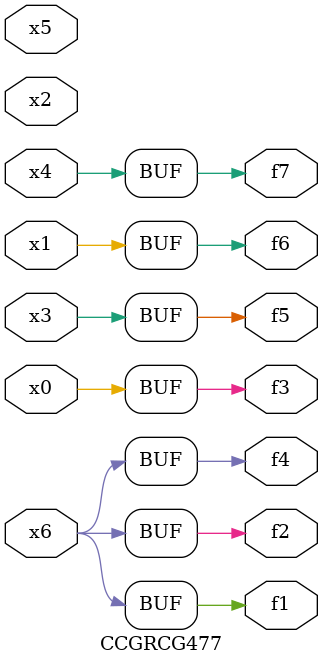
<source format=v>
module CCGRCG477(
	input x0, x1, x2, x3, x4, x5, x6,
	output f1, f2, f3, f4, f5, f6, f7
);
	assign f1 = x6;
	assign f2 = x6;
	assign f3 = x0;
	assign f4 = x6;
	assign f5 = x3;
	assign f6 = x1;
	assign f7 = x4;
endmodule

</source>
